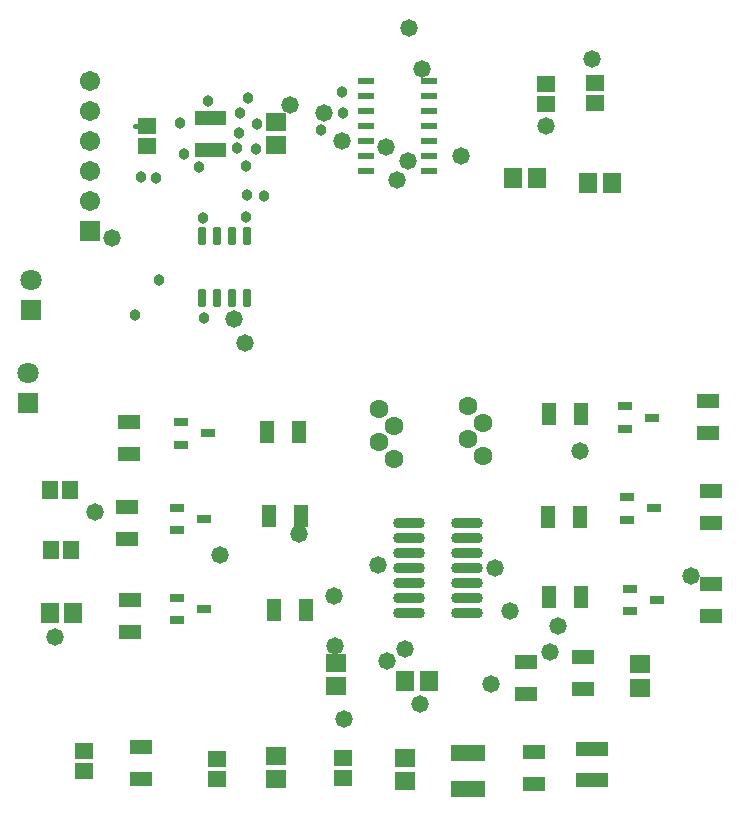
<source format=gts>
G04*
G04 #@! TF.GenerationSoftware,Altium Limited,Altium Designer,21.3.2 (30)*
G04*
G04 Layer_Color=8388736*
%FSLAX25Y25*%
%MOIN*%
G70*
G04*
G04 #@! TF.SameCoordinates,A7B022F8-E884-4121-B654-9C37E9188DC7*
G04*
G04*
G04 #@! TF.FilePolarity,Negative*
G04*
G01*
G75*
%ADD22R,0.05500X0.02200*%
%ADD29C,0.01500*%
%ADD30R,0.06312X0.06706*%
%ADD31R,0.04934X0.03162*%
%ADD32R,0.05131X0.07493*%
%ADD33R,0.07493X0.05131*%
%ADD34R,0.06706X0.06312*%
%ADD35R,0.02572X0.04934*%
G04:AMPARAMS|DCode=36|XSize=29.65mil|YSize=57.21mil|CornerRadius=5.95mil|HoleSize=0mil|Usage=FLASHONLY|Rotation=180.000|XOffset=0mil|YOffset=0mil|HoleType=Round|Shape=RoundedRectangle|*
%AMROUNDEDRECTD36*
21,1,0.02965,0.04532,0,0,180.0*
21,1,0.01776,0.05721,0,0,180.0*
1,1,0.01190,-0.00888,0.02266*
1,1,0.01190,0.00888,0.02266*
1,1,0.01190,0.00888,-0.02266*
1,1,0.01190,-0.00888,-0.02266*
%
%ADD36ROUNDEDRECTD36*%
%ADD37O,0.10642X0.03556*%
%ADD38R,0.06312X0.05524*%
%ADD39R,0.05524X0.06312*%
%ADD40R,0.11430X0.05328*%
%ADD41R,0.11036X0.05131*%
%ADD42C,0.06312*%
%ADD43R,0.06706X0.06706*%
%ADD44C,0.06706*%
%ADD45C,0.07099*%
%ADD46R,0.07099X0.07099*%
%ADD47C,0.03800*%
%ADD48C,0.05800*%
D22*
X420950Y426815D02*
D03*
Y421815D02*
D03*
Y416815D02*
D03*
Y411815D02*
D03*
Y406815D02*
D03*
Y401815D02*
D03*
Y396815D02*
D03*
X400050D02*
D03*
Y401815D02*
D03*
Y406815D02*
D03*
Y411815D02*
D03*
Y416815D02*
D03*
Y421815D02*
D03*
Y426815D02*
D03*
D29*
X323000Y411815D02*
X324500D01*
D30*
X420937Y226815D02*
D03*
X413063D02*
D03*
X302500Y249315D02*
D03*
X294626D02*
D03*
X474063Y392815D02*
D03*
X481937D02*
D03*
X457000Y394315D02*
D03*
X449126D02*
D03*
D31*
X346028Y250815D02*
D03*
X336972Y247075D02*
D03*
Y254555D02*
D03*
X346028Y280815D02*
D03*
X336972Y277075D02*
D03*
Y284555D02*
D03*
X347528Y309315D02*
D03*
X338472Y305575D02*
D03*
Y313055D02*
D03*
X497028Y253815D02*
D03*
X487972Y250075D02*
D03*
Y257555D02*
D03*
X496028Y284315D02*
D03*
X486972Y280575D02*
D03*
Y288055D02*
D03*
X495555Y314575D02*
D03*
X486500Y310835D02*
D03*
Y318315D02*
D03*
D32*
X367185Y309815D02*
D03*
X377815D02*
D03*
X369370Y250315D02*
D03*
X380000D02*
D03*
X367685Y281815D02*
D03*
X378315D02*
D03*
X461185Y315815D02*
D03*
X471815D02*
D03*
X461185Y254815D02*
D03*
X471815D02*
D03*
X471315Y281315D02*
D03*
X460685D02*
D03*
D33*
X321500Y243000D02*
D03*
Y253630D02*
D03*
X320500Y274000D02*
D03*
Y284630D02*
D03*
X321000Y302500D02*
D03*
Y313130D02*
D03*
X514000Y309500D02*
D03*
Y320130D02*
D03*
X515000Y248500D02*
D03*
Y259130D02*
D03*
Y279500D02*
D03*
Y290130D02*
D03*
X325000Y194000D02*
D03*
Y204630D02*
D03*
X456000Y203130D02*
D03*
Y192500D02*
D03*
X472500Y224000D02*
D03*
Y234630D02*
D03*
X453500Y222500D02*
D03*
Y233130D02*
D03*
D34*
X370000Y201906D02*
D03*
Y194032D02*
D03*
Y405378D02*
D03*
Y413252D02*
D03*
X491500Y224441D02*
D03*
Y232315D02*
D03*
X390000Y232815D02*
D03*
Y224941D02*
D03*
X413000Y201252D02*
D03*
Y193378D02*
D03*
D35*
X344441Y414315D02*
D03*
X347000D02*
D03*
X349559D02*
D03*
X352118D02*
D03*
Y403882D02*
D03*
X349559D02*
D03*
X347000D02*
D03*
X344441D02*
D03*
D36*
X360500Y375150D02*
D03*
X355500D02*
D03*
X350500D02*
D03*
X345500D02*
D03*
X360500Y354480D02*
D03*
X355500D02*
D03*
X350500D02*
D03*
X345500D02*
D03*
D37*
X433646Y249315D02*
D03*
Y254315D02*
D03*
Y259315D02*
D03*
Y264315D02*
D03*
Y269315D02*
D03*
Y274315D02*
D03*
Y279315D02*
D03*
X414354Y249315D02*
D03*
Y254315D02*
D03*
Y259315D02*
D03*
Y264315D02*
D03*
Y269315D02*
D03*
Y274315D02*
D03*
Y279315D02*
D03*
D38*
X476500Y426161D02*
D03*
Y419468D02*
D03*
X327000Y405122D02*
D03*
Y411815D02*
D03*
X460000Y419122D02*
D03*
Y425815D02*
D03*
X350500Y194122D02*
D03*
Y200815D02*
D03*
X392500Y194469D02*
D03*
Y201162D02*
D03*
X306000Y203315D02*
D03*
Y196622D02*
D03*
D39*
X294654Y290315D02*
D03*
X301346D02*
D03*
X295000Y270315D02*
D03*
X301693D02*
D03*
D40*
X434000Y202720D02*
D03*
Y190910D02*
D03*
D41*
X475500Y203933D02*
D03*
Y193697D02*
D03*
D42*
X434000Y318315D02*
D03*
X439000Y312815D02*
D03*
X434000Y307315D02*
D03*
X439000Y301815D02*
D03*
X404500Y317315D02*
D03*
X409500Y311815D02*
D03*
X404500Y306315D02*
D03*
X409500Y300815D02*
D03*
D43*
X308000Y376815D02*
D03*
D44*
Y386815D02*
D03*
Y396815D02*
D03*
Y406815D02*
D03*
Y416815D02*
D03*
Y426815D02*
D03*
D45*
X287500Y329315D02*
D03*
X288500Y360315D02*
D03*
D46*
X287500Y319315D02*
D03*
X288500Y350315D02*
D03*
D47*
X363688Y412504D02*
D03*
X357707Y409293D02*
D03*
X385000Y410500D02*
D03*
X356954Y404535D02*
D03*
X363454Y404223D02*
D03*
X366000Y388500D02*
D03*
X345850Y381000D02*
D03*
X392000Y423000D02*
D03*
X392250Y416250D02*
D03*
X360582Y421178D02*
D03*
X358000Y416000D02*
D03*
X360000Y398500D02*
D03*
X331000Y360500D02*
D03*
X360500Y388750D02*
D03*
X330000Y394500D02*
D03*
X339500Y402500D02*
D03*
X344452Y398048D02*
D03*
X347500Y420000D02*
D03*
X360000Y381500D02*
D03*
X323000Y348815D02*
D03*
X338000Y412815D02*
D03*
X325000Y394815D02*
D03*
X346000Y347815D02*
D03*
D48*
X475500Y434000D02*
D03*
X386240Y416250D02*
D03*
X392180Y406635D02*
D03*
X374900Y418750D02*
D03*
X315500Y374500D02*
D03*
X464000Y245000D02*
D03*
X448000Y250000D02*
D03*
X461500Y236500D02*
D03*
X296500Y241500D02*
D03*
X406739Y404760D02*
D03*
X414000Y400000D02*
D03*
X407000Y233500D02*
D03*
X418000Y219000D02*
D03*
X356000Y347500D02*
D03*
X359652Y339444D02*
D03*
X431900Y401815D02*
D03*
X404000Y265500D02*
D03*
X309780Y283135D02*
D03*
X377600Y275615D02*
D03*
X351500Y268815D02*
D03*
X389500Y255015D02*
D03*
X460000Y411715D02*
D03*
X389800Y238415D02*
D03*
X471500Y303447D02*
D03*
X413063Y237515D02*
D03*
X441700Y225815D02*
D03*
X410500Y393615D02*
D03*
X442975Y264315D02*
D03*
X418800Y430715D02*
D03*
X392900Y214115D02*
D03*
X414500Y444515D02*
D03*
X508500Y261815D02*
D03*
M02*

</source>
